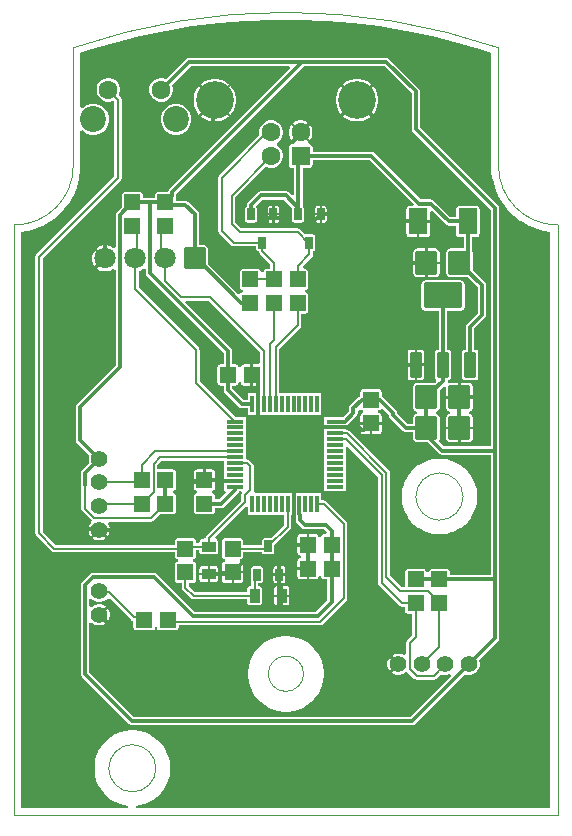
<source format=gbl>
G04*
G04 #@! TF.GenerationSoftware,Altium Limited,Altium Designer,22.3.1 (43)*
G04*
G04 Layer_Physical_Order=2*
G04 Layer_Color=9720587*
%FSLAX42Y42*%
%MOMM*%
G71*
G04*
G04 #@! TF.SameCoordinates,630A2148-6CB2-4B37-8DB5-BDCE9195987D*
G04*
G04*
G04 #@! TF.FilePolarity,Positive*
G04*
G01*
G75*
G04:AMPARAMS|DCode=10|XSize=1.4mm|YSize=1.4mm|CornerRadius=0.07mm|HoleSize=0mm|Usage=FLASHONLY|Rotation=0.000|XOffset=0mm|YOffset=0mm|HoleType=Round|Shape=RoundedRectangle|*
%AMROUNDEDRECTD10*
21,1,1.40,1.26,0,0,0.0*
21,1,1.26,1.40,0,0,0.0*
1,1,0.14,0.63,-0.63*
1,1,0.14,-0.63,-0.63*
1,1,0.14,-0.63,0.63*
1,1,0.14,0.63,0.63*
%
%ADD10ROUNDEDRECTD10*%
G04:AMPARAMS|DCode=11|XSize=1.4mm|YSize=1.4mm|CornerRadius=0.07mm|HoleSize=0mm|Usage=FLASHONLY|Rotation=270.000|XOffset=0mm|YOffset=0mm|HoleType=Round|Shape=RoundedRectangle|*
%AMROUNDEDRECTD11*
21,1,1.40,1.26,0,0,270.0*
21,1,1.26,1.40,0,0,270.0*
1,1,0.14,-0.63,-0.63*
1,1,0.14,-0.63,0.63*
1,1,0.14,0.63,0.63*
1,1,0.14,0.63,-0.63*
%
%ADD11ROUNDEDRECTD11*%
G04:AMPARAMS|DCode=12|XSize=0.6mm|YSize=1mm|CornerRadius=0.03mm|HoleSize=0mm|Usage=FLASHONLY|Rotation=180.000|XOffset=0mm|YOffset=0mm|HoleType=Round|Shape=RoundedRectangle|*
%AMROUNDEDRECTD12*
21,1,0.60,0.94,0,0,180.0*
21,1,0.54,1.00,0,0,180.0*
1,1,0.06,-0.27,0.47*
1,1,0.06,0.27,0.47*
1,1,0.06,0.27,-0.47*
1,1,0.06,-0.27,-0.47*
%
%ADD12ROUNDEDRECTD12*%
G04:AMPARAMS|DCode=13|XSize=2.2mm|YSize=1.6mm|CornerRadius=0.08mm|HoleSize=0mm|Usage=FLASHONLY|Rotation=270.000|XOffset=0mm|YOffset=0mm|HoleType=Round|Shape=RoundedRectangle|*
%AMROUNDEDRECTD13*
21,1,2.20,1.44,0,0,270.0*
21,1,2.04,1.60,0,0,270.0*
1,1,0.16,-0.72,-1.02*
1,1,0.16,-0.72,1.02*
1,1,0.16,0.72,1.02*
1,1,0.16,0.72,-1.02*
%
%ADD13ROUNDEDRECTD13*%
G04:AMPARAMS|DCode=14|XSize=1mm|YSize=2.15mm|CornerRadius=0.05mm|HoleSize=0mm|Usage=FLASHONLY|Rotation=180.000|XOffset=0mm|YOffset=0mm|HoleType=Round|Shape=RoundedRectangle|*
%AMROUNDEDRECTD14*
21,1,1.00,2.05,0,0,180.0*
21,1,0.90,2.15,0,0,180.0*
1,1,0.10,-0.45,1.02*
1,1,0.10,0.45,1.02*
1,1,0.10,0.45,-1.02*
1,1,0.10,-0.45,-1.02*
%
%ADD14ROUNDEDRECTD14*%
G04:AMPARAMS|DCode=15|XSize=3.25mm|YSize=2.15mm|CornerRadius=0.11mm|HoleSize=0mm|Usage=FLASHONLY|Rotation=180.000|XOffset=0mm|YOffset=0mm|HoleType=Round|Shape=RoundedRectangle|*
%AMROUNDEDRECTD15*
21,1,3.25,1.94,0,0,180.0*
21,1,3.04,2.15,0,0,180.0*
1,1,0.22,-1.52,0.97*
1,1,0.22,1.52,0.97*
1,1,0.22,1.52,-0.97*
1,1,0.22,-1.52,-0.97*
%
%ADD15ROUNDEDRECTD15*%
%ADD16R,1.45X0.30*%
%ADD17R,0.30X1.45*%
G04:AMPARAMS|DCode=18|XSize=0.9mm|YSize=1.2mm|CornerRadius=0.05mm|HoleSize=0mm|Usage=FLASHONLY|Rotation=90.000|XOffset=0mm|YOffset=0mm|HoleType=Round|Shape=RoundedRectangle|*
%AMROUNDEDRECTD18*
21,1,0.90,1.11,0,0,90.0*
21,1,0.81,1.20,0,0,90.0*
1,1,0.09,0.56,0.41*
1,1,0.09,0.56,-0.41*
1,1,0.09,-0.56,-0.41*
1,1,0.09,-0.56,0.41*
%
%ADD18ROUNDEDRECTD18*%
G04:AMPARAMS|DCode=19|XSize=0.9mm|YSize=1.2mm|CornerRadius=0.05mm|HoleSize=0mm|Usage=FLASHONLY|Rotation=180.000|XOffset=0mm|YOffset=0mm|HoleType=Round|Shape=RoundedRectangle|*
%AMROUNDEDRECTD19*
21,1,0.90,1.11,0,0,180.0*
21,1,0.81,1.20,0,0,180.0*
1,1,0.09,-0.41,0.56*
1,1,0.09,0.41,0.56*
1,1,0.09,0.41,-0.56*
1,1,0.09,-0.41,-0.56*
%
%ADD19ROUNDEDRECTD19*%
G04:AMPARAMS|DCode=20|XSize=2mm|YSize=1.8mm|CornerRadius=0.09mm|HoleSize=0mm|Usage=FLASHONLY|Rotation=270.000|XOffset=0mm|YOffset=0mm|HoleType=Round|Shape=RoundedRectangle|*
%AMROUNDEDRECTD20*
21,1,2.00,1.62,0,0,270.0*
21,1,1.82,1.80,0,0,270.0*
1,1,0.18,-0.81,-0.91*
1,1,0.18,-0.81,0.91*
1,1,0.18,0.81,0.91*
1,1,0.18,0.81,-0.91*
%
%ADD20ROUNDEDRECTD20*%
%ADD21C,0.30*%
%ADD22C,0.20*%
%ADD23C,0.10*%
%ADD24C,1.40*%
%ADD25C,1.60*%
%ADD26C,3.20*%
G04:AMPARAMS|DCode=27|XSize=1.6mm|YSize=1.6mm|CornerRadius=0.08mm|HoleSize=0mm|Usage=FLASHONLY|Rotation=0.000|XOffset=0mm|YOffset=0mm|HoleType=Round|Shape=RoundedRectangle|*
%AMROUNDEDRECTD27*
21,1,1.60,1.44,0,0,0.0*
21,1,1.44,1.60,0,0,0.0*
1,1,0.16,0.72,-0.72*
1,1,0.16,-0.72,-0.72*
1,1,0.16,-0.72,0.72*
1,1,0.16,0.72,0.72*
%
%ADD27ROUNDEDRECTD27*%
G04:AMPARAMS|DCode=28|XSize=1.8mm|YSize=1.8mm|CornerRadius=0.09mm|HoleSize=0mm|Usage=FLASHONLY|Rotation=180.000|XOffset=0mm|YOffset=0mm|HoleType=Round|Shape=RoundedRectangle|*
%AMROUNDEDRECTD28*
21,1,1.80,1.62,0,0,180.0*
21,1,1.62,1.80,0,0,180.0*
1,1,0.18,-0.81,0.81*
1,1,0.18,0.81,0.81*
1,1,0.18,0.81,-0.81*
1,1,0.18,-0.81,-0.81*
%
%ADD28ROUNDEDRECTD28*%
%ADD29C,1.80*%
%ADD30C,2.20*%
G36*
X2187Y6739D02*
X1960Y6729D01*
X1734Y6711D01*
X1509Y6683D01*
X1286Y6646D01*
X1064Y6599D01*
X844Y6543D01*
X627Y6479D01*
X561Y6456D01*
X561Y5998D01*
X581Y5990D01*
X590Y5999D01*
X620Y6016D01*
X653Y6025D01*
X687D01*
X720Y6016D01*
X750Y5999D01*
X774Y5975D01*
X791Y5945D01*
X800Y5912D01*
Y5878D01*
X791Y5845D01*
X774Y5815D01*
X750Y5791D01*
X720Y5774D01*
X687Y5765D01*
X653D01*
X620Y5774D01*
X590Y5791D01*
X581Y5800D01*
X561Y5792D01*
X561Y5500D01*
X561Y5499D01*
X561Y5498D01*
X560Y5465D01*
X559Y5462D01*
X560Y5459D01*
X551Y5394D01*
X550Y5391D01*
X549Y5387D01*
X533Y5323D01*
X531Y5320D01*
X530Y5316D01*
X505Y5255D01*
X503Y5252D01*
X501Y5248D01*
X469Y5192D01*
X466Y5189D01*
X464Y5185D01*
X424Y5133D01*
X421Y5130D01*
X419Y5127D01*
X373Y5081D01*
X370Y5079D01*
X367Y5076D01*
X315Y5036D01*
X311Y5034D01*
X308Y5031D01*
X252Y4999D01*
X248Y4997D01*
X245Y4995D01*
X184Y4970D01*
X180Y4969D01*
X177Y4967D01*
X113Y4951D01*
X109Y4950D01*
X106Y4949D01*
X61Y4943D01*
Y61D01*
X966D01*
X967Y81D01*
X939Y85D01*
X937Y85D01*
X936Y85D01*
X898Y96D01*
X897Y96D01*
X896Y96D01*
X859Y112D01*
X858Y112D01*
X857Y113D01*
X823Y132D01*
X822Y133D01*
X821Y134D01*
X789Y158D01*
X788Y159D01*
X787Y160D01*
X760Y187D01*
X759Y188D01*
X758Y189D01*
X734Y221D01*
X733Y222D01*
X732Y223D01*
X713Y257D01*
X712Y258D01*
X712Y259D01*
X696Y296D01*
X696Y297D01*
X696Y298D01*
X685Y336D01*
X685Y337D01*
X685Y339D01*
X680Y378D01*
X680Y379D01*
X680Y380D01*
Y420D01*
X680Y421D01*
X680Y422D01*
X685Y461D01*
X685Y463D01*
X685Y464D01*
X696Y502D01*
X696Y503D01*
X696Y504D01*
X712Y541D01*
X712Y542D01*
X713Y543D01*
X732Y577D01*
X733Y578D01*
X734Y579D01*
X758Y611D01*
X759Y612D01*
X760Y613D01*
X787Y640D01*
X788Y641D01*
X789Y642D01*
X821Y666D01*
X822Y667D01*
X823Y668D01*
X857Y687D01*
X858Y688D01*
X859Y688D01*
X896Y704D01*
X897Y704D01*
X898Y704D01*
X936Y715D01*
X937Y715D01*
X939Y715D01*
X978Y720D01*
X979Y720D01*
X980Y720D01*
X1020D01*
X1021Y720D01*
X1022Y720D01*
X1061Y715D01*
X1063Y715D01*
X1064Y715D01*
X1102Y704D01*
X1103Y704D01*
X1104Y704D01*
X1141Y688D01*
X1142Y688D01*
X1143Y687D01*
X1177Y668D01*
X1178Y667D01*
X1179Y666D01*
X1211Y642D01*
X1212Y641D01*
X1213Y640D01*
X1240Y613D01*
X1241Y612D01*
X1242Y611D01*
X1266Y579D01*
X1267Y578D01*
X1268Y577D01*
X1287Y543D01*
X1288Y542D01*
X1288Y541D01*
X1304Y504D01*
X1304Y503D01*
X1304Y502D01*
X1315Y464D01*
X1315Y463D01*
X1315Y461D01*
X1320Y422D01*
X1320Y421D01*
X1320Y420D01*
Y380D01*
X1320Y379D01*
X1320Y378D01*
X1315Y339D01*
X1315Y337D01*
X1315Y336D01*
X1304Y298D01*
X1304Y297D01*
X1304Y296D01*
X1288Y259D01*
X1288Y258D01*
X1287Y257D01*
X1268Y223D01*
X1267Y222D01*
X1266Y221D01*
X1242Y189D01*
X1241Y188D01*
X1240Y187D01*
X1213Y160D01*
X1212Y159D01*
X1211Y158D01*
X1179Y134D01*
X1178Y133D01*
X1177Y132D01*
X1143Y113D01*
X1142Y112D01*
X1141Y112D01*
X1104Y96D01*
X1103Y96D01*
X1102Y96D01*
X1064Y85D01*
X1063Y85D01*
X1061Y85D01*
X1033Y81D01*
X1034Y61D01*
X4539D01*
Y4943D01*
X4494Y4949D01*
X4491Y4950D01*
X4487Y4951D01*
X4423Y4967D01*
X4420Y4969D01*
X4416Y4970D01*
X4355Y4995D01*
X4352Y4997D01*
X4348Y4999D01*
X4292Y5031D01*
X4289Y5034D01*
X4285Y5036D01*
X4233Y5076D01*
X4230Y5079D01*
X4227Y5081D01*
X4181Y5127D01*
X4179Y5130D01*
X4176Y5133D01*
X4136Y5185D01*
X4134Y5189D01*
X4131Y5192D01*
X4099Y5248D01*
X4097Y5252D01*
X4095Y5255D01*
X4070Y5316D01*
X4069Y5320D01*
X4067Y5323D01*
X4051Y5387D01*
X4050Y5391D01*
X4049Y5394D01*
X4040Y5459D01*
X4041Y5462D01*
X4040Y5465D01*
X4039Y5498D01*
X4039Y5499D01*
X4039Y5500D01*
X4039Y6456D01*
X3973Y6479D01*
X3756Y6543D01*
X3536Y6599D01*
X3314Y6646D01*
X3091Y6683D01*
X2866Y6711D01*
X2640Y6729D01*
X2413Y6739D01*
X2187Y6739D01*
D02*
G37*
%LPC*%
G36*
X1680Y6235D02*
X1716D01*
X1751Y6229D01*
X1783Y6215D01*
X1813Y6195D01*
X1818Y6190D01*
X1698Y6070D01*
X1578Y6190D01*
X1583Y6195D01*
X1613Y6215D01*
X1645Y6229D01*
X1680Y6235D01*
D02*
G37*
G36*
X2884D02*
X2920D01*
X2955Y6229D01*
X2987Y6215D01*
X3017Y6195D01*
X3022Y6190D01*
X2902Y6070D01*
X2782Y6190D01*
X2787Y6195D01*
X2817Y6215D01*
X2849Y6229D01*
X2884Y6235D01*
D02*
G37*
G36*
X1480Y6416D02*
X3150D01*
X3164Y6413D01*
X3175Y6405D01*
X3425Y6155D01*
X3433Y6144D01*
X3436Y6130D01*
Y5825D01*
X4095Y5165D01*
X4103Y5154D01*
X4106Y5140D01*
Y3090D01*
Y2000D01*
Y1500D01*
X4103Y1486D01*
X4095Y1475D01*
X3934Y1314D01*
X3940Y1292D01*
Y1268D01*
X3934Y1245D01*
X3922Y1225D01*
X3905Y1208D01*
X3885Y1196D01*
X3862Y1190D01*
X3838D01*
X3816Y1196D01*
X3395Y775D01*
X3384Y767D01*
X3370Y764D01*
X1000D01*
X986Y767D01*
X975Y775D01*
X575Y1175D01*
X567Y1186D01*
X564Y1200D01*
Y1950D01*
X567Y1964D01*
X575Y1975D01*
X645Y2045D01*
X656Y2053D01*
X670Y2056D01*
X1180D01*
X1194Y2053D01*
X1205Y2045D01*
X1525Y1726D01*
X2555D01*
X2652Y1822D01*
Y2001D01*
X2625D01*
X2614Y2003D01*
X2605Y2009D01*
X2599Y2018D01*
X2597Y2028D01*
X2578D01*
X2576Y2018D01*
X2570Y2009D01*
X2561Y2003D01*
X2551Y2001D01*
X2498D01*
Y2091D01*
X2488D01*
Y2101D01*
X2397D01*
Y2154D01*
X2399Y2165D01*
X2405Y2174D01*
X2414Y2180D01*
X2425Y2182D01*
Y2201D01*
X2414Y2203D01*
X2405Y2209D01*
X2399Y2218D01*
X2397Y2228D01*
Y2281D01*
X2488D01*
Y2291D01*
X2498D01*
Y2382D01*
X2551D01*
X2561Y2380D01*
X2570Y2374D01*
X2576Y2365D01*
X2578Y2354D01*
X2597D01*
X2599Y2365D01*
X2605Y2374D01*
X2614Y2380D01*
X2625Y2382D01*
X2642D01*
X2648Y2402D01*
X2625Y2424D01*
X2460D01*
X2446Y2427D01*
X2435Y2435D01*
X2395Y2475D01*
X2387Y2486D01*
X2384Y2500D01*
Y2533D01*
X2382Y2537D01*
X2380Y2545D01*
X2375D01*
Y2638D01*
Y2730D01*
X2600D01*
Y2668D01*
X2623D01*
X2634Y2666D01*
X2644Y2659D01*
X2812Y2492D01*
X2818Y2482D01*
X2821Y2470D01*
X2821Y2470D01*
Y1840D01*
X2821Y1840D01*
X2818Y1828D01*
X2812Y1818D01*
X2612Y1618D01*
X2612Y1618D01*
X2602Y1612D01*
X2590Y1609D01*
X2590Y1609D01*
X1391D01*
Y1593D01*
X1388Y1583D01*
X1382Y1574D01*
X1374Y1568D01*
X1363Y1566D01*
X1237D01*
X1226Y1568D01*
X1218Y1574D01*
X1212Y1583D01*
X1209Y1593D01*
X1191D01*
X1188Y1583D01*
X1182Y1574D01*
X1174Y1568D01*
X1163Y1566D01*
X1037D01*
X1026Y1568D01*
X1018Y1574D01*
X1012Y1583D01*
X1009Y1593D01*
Y1648D01*
X1000Y1650D01*
X990Y1657D01*
X809Y1838D01*
X783Y1836D01*
X775Y1828D01*
X755Y1816D01*
X732Y1810D01*
X708D01*
X685Y1816D01*
X665Y1828D01*
X656Y1837D01*
X636Y1829D01*
Y1771D01*
X656Y1763D01*
X665Y1772D01*
X685Y1784D01*
X708Y1790D01*
X732D01*
X755Y1784D01*
X775Y1772D01*
X777Y1771D01*
X713Y1707D01*
X720Y1700D01*
X713Y1693D01*
X777Y1629D01*
X775Y1628D01*
X755Y1616D01*
X732Y1610D01*
X708D01*
X685Y1616D01*
X665Y1628D01*
X656Y1637D01*
X636Y1629D01*
Y1215D01*
X1015Y836D01*
X3355D01*
X3703Y1184D01*
X3691Y1200D01*
X3685Y1196D01*
X3662Y1190D01*
X3638D01*
X3615Y1196D01*
X3612Y1198D01*
X3572Y1158D01*
X3572Y1158D01*
X3562Y1152D01*
X3550Y1149D01*
X3409D01*
X3409Y1149D01*
X3397Y1152D01*
X3387Y1158D01*
X3328Y1217D01*
X3309Y1212D01*
X3308Y1211D01*
X3305Y1208D01*
X3285Y1196D01*
X3262Y1190D01*
X3238D01*
X3215Y1196D01*
X3195Y1208D01*
X3193Y1209D01*
X3257Y1273D01*
X3250Y1280D01*
X3257Y1287D01*
X3193Y1351D01*
X3195Y1352D01*
X3215Y1364D01*
X3238Y1370D01*
X3262D01*
X3285Y1364D01*
X3299Y1355D01*
X3319Y1364D01*
Y1464D01*
X3319Y1464D01*
X3322Y1476D01*
X3328Y1486D01*
X3369Y1527D01*
Y1709D01*
X3337D01*
X3326Y1712D01*
X3318Y1718D01*
X3312Y1726D01*
X3309Y1737D01*
Y1769D01*
X3280D01*
X3280Y1769D01*
X3268Y1772D01*
X3258Y1778D01*
X3088Y1948D01*
X3082Y1958D01*
X3079Y1970D01*
X3079Y1970D01*
Y2867D01*
X2823Y3123D01*
X2805Y3116D01*
Y3050D01*
Y2950D01*
Y2850D01*
Y2750D01*
X2620D01*
Y2850D01*
Y2950D01*
Y3050D01*
Y3150D01*
Y3250D01*
Y3275D01*
X2712D01*
X2809D01*
X2815Y3266D01*
X2827Y3263D01*
X2837Y3257D01*
X3172Y2922D01*
X3178Y2912D01*
X3181Y2900D01*
X3181Y2900D01*
Y2033D01*
X3283Y1931D01*
X3304D01*
X3309Y1937D01*
Y2063D01*
X3312Y2074D01*
X3318Y2082D01*
X3326Y2088D01*
X3337Y2091D01*
X3463D01*
X3474Y2088D01*
X3482Y2082D01*
X3488Y2074D01*
X3491Y2063D01*
X3509Y2063D01*
X3512Y2074D01*
X3518Y2082D01*
X3526Y2088D01*
X3537Y2091D01*
X3663D01*
X3674Y2088D01*
X3682Y2082D01*
X3688Y2074D01*
X3691Y2063D01*
Y2036D01*
X4034D01*
Y3054D01*
X3620D01*
X3606Y3057D01*
X3595Y3065D01*
X3500Y3159D01*
X3409D01*
X3398Y3162D01*
X3388Y3168D01*
X3382Y3178D01*
X3379Y3189D01*
Y3244D01*
X3320D01*
X3307Y3247D01*
X3295Y3255D01*
X3184Y3366D01*
X3176Y3378D01*
X3173Y3391D01*
Y3394D01*
X3126Y3441D01*
X3102Y3438D01*
X3094Y3432D01*
X3083Y3429D01*
Y3411D01*
X3094Y3408D01*
X3102Y3402D01*
X3108Y3394D01*
X3111Y3383D01*
Y3330D01*
X2929D01*
Y3383D01*
X2932Y3394D01*
X2938Y3402D01*
X2946Y3408D01*
X2957Y3411D01*
Y3429D01*
X2946Y3432D01*
X2938Y3438D01*
X2925Y3440D01*
X2907Y3424D01*
Y3406D01*
X2904Y3392D01*
X2896Y3381D01*
X2825Y3310D01*
X2814Y3302D01*
X2805Y3300D01*
Y3295D01*
X2712D01*
X2620D01*
Y3370D01*
X2709D01*
X2712Y3371D01*
X2785D01*
X2835Y3421D01*
Y3449D01*
X2838Y3463D01*
X2846Y3474D01*
X2917Y3545D01*
X2929Y3553D01*
X2929Y3553D01*
Y3583D01*
X2932Y3594D01*
X2938Y3602D01*
X2946Y3608D01*
X2957Y3611D01*
X3083D01*
X3094Y3608D01*
X3102Y3602D01*
X3108Y3594D01*
X3111Y3583D01*
Y3553D01*
X3111Y3553D01*
X3123Y3545D01*
X3234Y3434D01*
X3242Y3422D01*
X3245Y3409D01*
Y3406D01*
X3335Y3316D01*
X3379D01*
Y3371D01*
X3382Y3382D01*
X3388Y3392D01*
X3398Y3398D01*
X3409Y3401D01*
Y3419D01*
X3398Y3422D01*
X3388Y3428D01*
X3382Y3438D01*
X3379Y3449D01*
Y3631D01*
X3382Y3642D01*
X3388Y3652D01*
X3398Y3658D01*
X3409Y3661D01*
X3560D01*
X3571Y3672D01*
X3572Y3676D01*
X3568Y3696D01*
X3567Y3697D01*
X3561Y3705D01*
X3560Y3715D01*
Y3920D01*
X3561Y3930D01*
X3567Y3938D01*
X3575Y3944D01*
X3585Y3945D01*
X3594D01*
Y4274D01*
X3478D01*
X3466Y4277D01*
X3456Y4284D01*
X3449Y4294D01*
X3447Y4306D01*
Y4499D01*
X3449Y4511D01*
X3456Y4521D01*
X3466Y4528D01*
X3478Y4531D01*
X3782D01*
X3794Y4528D01*
X3804Y4521D01*
X3811Y4511D01*
X3813Y4499D01*
Y4306D01*
X3811Y4294D01*
X3804Y4284D01*
X3794Y4277D01*
X3782Y4274D01*
X3666D01*
Y3945D01*
X3675D01*
X3685Y3944D01*
X3693Y3938D01*
X3699Y3930D01*
X3700Y3920D01*
Y3715D01*
X3699Y3705D01*
X3693Y3697D01*
X3685Y3691D01*
X3675Y3690D01*
X3674D01*
X3669Y3674D01*
X3684Y3659D01*
X3689Y3661D01*
X3760D01*
Y3550D01*
X3659D01*
Y3631D01*
X3659Y3631D01*
X3641Y3640D01*
X3601Y3600D01*
Y3449D01*
X3598Y3438D01*
X3592Y3428D01*
X3582Y3422D01*
X3571Y3419D01*
Y3401D01*
X3582Y3398D01*
X3592Y3392D01*
X3598Y3382D01*
X3601Y3371D01*
Y3189D01*
X3598Y3178D01*
X3592Y3168D01*
X3635Y3126D01*
X4034D01*
Y5125D01*
X3375Y5785D01*
X3367Y5796D01*
X3364Y5810D01*
Y6115D01*
X3135Y6344D01*
X2455D01*
X1370Y5260D01*
Y5253D01*
X1371Y5253D01*
Y5206D01*
X1450D01*
X1464Y5203D01*
X1475Y5195D01*
X1556Y5114D01*
X1564Y5103D01*
X1567Y5089D01*
Y4826D01*
X1612D01*
X1623Y4824D01*
X1633Y4817D01*
X1639Y4808D01*
X1642Y4797D01*
Y4669D01*
X1892Y4418D01*
X1895Y4417D01*
X1917Y4422D01*
X1918Y4422D01*
X1926Y4428D01*
X1937Y4431D01*
Y4449D01*
X1926Y4452D01*
X1918Y4458D01*
X1912Y4466D01*
X1909Y4477D01*
Y4603D01*
X1912Y4614D01*
X1918Y4622D01*
X1926Y4628D01*
X1937Y4631D01*
X2063D01*
X2074Y4628D01*
X2082Y4622D01*
X2088Y4614D01*
X2091Y4603D01*
X2109D01*
X2112Y4614D01*
X2118Y4622D01*
X2126Y4628D01*
X2137Y4631D01*
X2169D01*
Y4667D01*
X2078Y4758D01*
X2078Y4758D01*
X2072Y4768D01*
X2069Y4780D01*
Y4780D01*
X2064Y4781D01*
X2056Y4786D01*
X2051Y4794D01*
X2050Y4803D01*
Y4819D01*
X1860D01*
X1860Y4819D01*
X1848Y4822D01*
X1838Y4828D01*
X1738Y4928D01*
X1738Y4928D01*
X1732Y4938D01*
X1729Y4950D01*
Y5400D01*
X1729Y5400D01*
X1732Y5412D01*
X1738Y5422D01*
X1738Y5422D01*
X2078Y5761D01*
X2075Y5771D01*
Y5798D01*
X2082Y5823D01*
X2095Y5846D01*
X2114Y5865D01*
X2136Y5878D01*
X2162Y5885D01*
X2188D01*
X2214Y5878D01*
X2236Y5865D01*
X2255Y5846D01*
X2268Y5823D01*
X2275Y5798D01*
Y5771D01*
X2268Y5746D01*
X2255Y5723D01*
X2236Y5704D01*
X2221Y5695D01*
X2221Y5695D01*
Y5674D01*
X2221Y5674D01*
X2236Y5665D01*
X2255Y5646D01*
X2268Y5623D01*
X2275Y5598D01*
Y5571D01*
X2268Y5546D01*
X2255Y5523D01*
X2236Y5504D01*
X2214Y5491D01*
X2188Y5485D01*
X2162D01*
X2136Y5491D01*
X2129Y5495D01*
X1871Y5237D01*
Y5023D01*
X1923Y4971D01*
X2400D01*
X2400Y4971D01*
X2412Y4968D01*
X2422Y4962D01*
X2422Y4962D01*
X2464Y4919D01*
X2473Y4920D01*
X2527D01*
X2536Y4919D01*
X2544Y4914D01*
X2549Y4906D01*
X2550Y4897D01*
Y4803D01*
X2549Y4794D01*
X2544Y4786D01*
X2536Y4781D01*
X2531Y4780D01*
Y4750D01*
X2531Y4750D01*
X2528Y4738D01*
X2522Y4728D01*
X2444Y4651D01*
X2452Y4631D01*
X2463D01*
X2474Y4628D01*
X2482Y4622D01*
X2488Y4614D01*
X2491Y4603D01*
Y4477D01*
X2488Y4466D01*
X2482Y4458D01*
X2474Y4452D01*
X2463Y4449D01*
Y4431D01*
X2474Y4428D01*
X2482Y4422D01*
X2488Y4414D01*
X2491Y4403D01*
Y4277D01*
X2488Y4266D01*
X2482Y4258D01*
X2474Y4252D01*
X2463Y4249D01*
X2431D01*
Y4150D01*
X2431Y4150D01*
X2428Y4138D01*
X2422Y4128D01*
X2246Y3952D01*
Y3575D01*
X2600D01*
Y3390D01*
X2075D01*
Y3483D01*
Y3575D01*
X2084D01*
Y3621D01*
X2073Y3639D01*
X2020D01*
Y3730D01*
Y3821D01*
X2073D01*
X2084Y3839D01*
Y3922D01*
X1647Y4359D01*
X1457D01*
X1450Y4341D01*
X1835Y3955D01*
X1843Y3944D01*
X1846Y3930D01*
Y3821D01*
X1873D01*
X1884Y3818D01*
X1892Y3812D01*
X1898Y3804D01*
X1901Y3793D01*
X1919D01*
X1922Y3804D01*
X1928Y3812D01*
X1936Y3818D01*
X1947Y3821D01*
X2000D01*
Y3730D01*
Y3639D01*
X1947D01*
X1936Y3642D01*
X1928Y3648D01*
X1922Y3656D01*
X1919Y3667D01*
X1901D01*
X1898Y3656D01*
X1892Y3648D01*
X1884Y3642D01*
X1873Y3639D01*
X1846D01*
Y3615D01*
X1942Y3518D01*
X1980D01*
Y3575D01*
X2055D01*
Y3483D01*
Y3390D01*
X1980D01*
Y3447D01*
X1927D01*
X1914Y3450D01*
X1902Y3457D01*
X1785Y3575D01*
X1777Y3586D01*
X1774Y3600D01*
Y3639D01*
X1747D01*
X1736Y3642D01*
X1728Y3648D01*
X1722Y3656D01*
X1719Y3667D01*
Y3793D01*
X1722Y3804D01*
X1728Y3812D01*
X1736Y3818D01*
X1747Y3821D01*
X1774D01*
Y3915D01*
X1125Y4565D01*
X1117Y4576D01*
X1114Y4590D01*
Y4623D01*
X1094Y4631D01*
X1091Y4627D01*
X1065Y4613D01*
X1054Y4610D01*
Y4471D01*
X1562Y3963D01*
X1568Y3953D01*
X1571Y3942D01*
X1571Y3942D01*
Y3675D01*
X1876Y3370D01*
X1960D01*
Y3300D01*
Y3200D01*
Y3100D01*
Y3016D01*
X1970D01*
X1982Y3013D01*
X1992Y3007D01*
X2022Y2977D01*
X2028Y2967D01*
X2031Y2955D01*
X2031Y2955D01*
Y2760D01*
X2031Y2760D01*
X2029Y2750D01*
X2029Y2747D01*
X2040Y2730D01*
X2355D01*
Y2638D01*
Y2545D01*
X2346D01*
Y2445D01*
X2346Y2445D01*
X2343Y2433D01*
X2337Y2423D01*
X2200Y2287D01*
Y2233D01*
X2199Y2224D01*
X2194Y2216D01*
X2186Y2211D01*
X2177Y2210D01*
X2123D01*
X2114Y2211D01*
X2106Y2216D01*
X2101Y2224D01*
X2100Y2229D01*
X1941D01*
Y2197D01*
X1938Y2186D01*
X1932Y2178D01*
X1924Y2172D01*
X1913Y2169D01*
Y2151D01*
X1924Y2148D01*
X1932Y2142D01*
X1938Y2134D01*
X1941Y2123D01*
Y2070D01*
X1759D01*
Y2123D01*
X1762Y2134D01*
X1768Y2142D01*
X1776Y2148D01*
X1787Y2151D01*
Y2169D01*
X1776Y2172D01*
X1768Y2178D01*
X1762Y2186D01*
X1759Y2197D01*
Y2323D01*
X1762Y2334D01*
X1768Y2342D01*
X1776Y2348D01*
X1787Y2351D01*
X1913D01*
X1924Y2348D01*
X1932Y2342D01*
X1938Y2334D01*
X1941Y2323D01*
Y2291D01*
X2100D01*
Y2327D01*
X2101Y2336D01*
X2106Y2344D01*
X2114Y2349D01*
X2123Y2350D01*
X2177D01*
X2177Y2350D01*
X2284Y2458D01*
Y2545D01*
X1980D01*
Y2608D01*
X1960Y2617D01*
X1702Y2359D01*
X1711Y2339D01*
X1713Y2339D01*
X1721Y2333D01*
X1727Y2325D01*
X1729Y2316D01*
Y2234D01*
X1727Y2225D01*
X1721Y2217D01*
X1713Y2211D01*
X1704Y2210D01*
X1593D01*
X1583Y2211D01*
X1575Y2217D01*
X1570Y2225D01*
X1568Y2234D01*
Y2244D01*
X1541D01*
Y2197D01*
X1538Y2186D01*
X1532Y2178D01*
X1524Y2172D01*
X1513Y2169D01*
Y2151D01*
X1524Y2148D01*
X1532Y2142D01*
X1538Y2134D01*
X1541Y2123D01*
Y1997D01*
X1538Y1986D01*
X1532Y1978D01*
X1524Y1972D01*
X1513Y1969D01*
X1481D01*
Y1943D01*
X1533Y1891D01*
X1970D01*
Y1916D01*
X1971Y1925D01*
X1977Y1933D01*
X1985Y1939D01*
X1994Y1940D01*
X2004D01*
Y2020D01*
X2005Y2021D01*
Y2087D01*
X2006Y2096D01*
X2011Y2104D01*
X2019Y2109D01*
X2028Y2110D01*
X2082D01*
X2091Y2109D01*
X2099Y2104D01*
X2104Y2096D01*
X2105Y2087D01*
Y1993D01*
X2104Y1984D01*
X2099Y1976D01*
X2091Y1971D01*
X2082Y1970D01*
X2066D01*
Y1940D01*
X2075D01*
X2085Y1939D01*
X2093Y1933D01*
X2099Y1925D01*
X2100Y1916D01*
Y1805D01*
X2099Y1795D01*
X2093Y1787D01*
X2085Y1781D01*
X2075Y1780D01*
X1994D01*
X1985Y1781D01*
X1977Y1787D01*
X1971Y1795D01*
X1970Y1805D01*
Y1829D01*
X1520D01*
X1520Y1829D01*
X1508Y1832D01*
X1498Y1838D01*
X1428Y1908D01*
X1422Y1918D01*
X1419Y1930D01*
Y1969D01*
X1387D01*
X1376Y1972D01*
X1368Y1978D01*
X1362Y1986D01*
X1359Y1997D01*
Y2123D01*
X1362Y2134D01*
X1368Y2142D01*
X1376Y2148D01*
X1387Y2151D01*
Y2169D01*
X1376Y2172D01*
X1368Y2178D01*
X1362Y2186D01*
X1359Y2197D01*
Y2229D01*
X340D01*
X340Y2229D01*
X328Y2232D01*
X318Y2238D01*
X188Y2368D01*
X188Y2368D01*
X182Y2378D01*
X179Y2390D01*
Y4730D01*
X179Y4730D01*
X182Y4742D01*
X188Y4752D01*
X849Y5413D01*
Y6038D01*
X841Y6046D01*
X831Y6051D01*
X808Y6045D01*
X782D01*
X756Y6052D01*
X734Y6065D01*
X715Y6084D01*
X702Y6106D01*
X695Y6132D01*
Y6158D01*
X702Y6184D01*
X715Y6206D01*
X734Y6225D01*
X756Y6238D01*
X782Y6245D01*
X808D01*
X834Y6238D01*
X856Y6225D01*
X875Y6206D01*
X888Y6184D01*
X895Y6158D01*
Y6132D01*
X888Y6106D01*
X884Y6099D01*
X902Y6082D01*
X908Y6072D01*
X911Y6060D01*
X911Y6060D01*
Y5400D01*
X911Y5400D01*
X908Y5388D01*
X902Y5378D01*
X241Y4717D01*
Y2403D01*
X353Y2291D01*
X1359D01*
Y2323D01*
X1362Y2334D01*
X1368Y2342D01*
X1376Y2348D01*
X1387Y2351D01*
X1513D01*
X1524Y2348D01*
X1532Y2342D01*
X1538Y2334D01*
X1541Y2323D01*
Y2306D01*
X1568D01*
Y2316D01*
X1570Y2325D01*
X1575Y2333D01*
X1583Y2339D01*
X1593Y2340D01*
X1601D01*
X1618Y2348D01*
X1620Y2360D01*
X1627Y2370D01*
X1627Y2370D01*
X1919Y2663D01*
Y2710D01*
X1922Y2722D01*
X1927Y2730D01*
X1925Y2740D01*
X1921Y2750D01*
X1902D01*
X1900Y2741D01*
X1893Y2730D01*
X1778Y2615D01*
X1766Y2607D01*
X1752Y2604D01*
X1701D01*
Y2577D01*
X1698Y2566D01*
X1692Y2558D01*
X1684Y2552D01*
X1673Y2549D01*
X1547D01*
X1536Y2552D01*
X1528Y2558D01*
X1522Y2566D01*
X1519Y2577D01*
Y2703D01*
X1522Y2714D01*
X1528Y2722D01*
X1536Y2728D01*
X1547Y2731D01*
Y2749D01*
X1536Y2752D01*
X1528Y2758D01*
X1522Y2766D01*
X1519Y2777D01*
Y2830D01*
X1610D01*
X1701D01*
Y2777D01*
X1698Y2766D01*
X1692Y2758D01*
X1684Y2752D01*
X1673Y2749D01*
Y2731D01*
X1684Y2728D01*
X1692Y2722D01*
X1698Y2714D01*
X1701Y2703D01*
Y2676D01*
X1738D01*
X1794Y2732D01*
X1786Y2750D01*
X1775D01*
Y2800D01*
Y2825D01*
X1867D01*
Y2845D01*
X1775D01*
Y2900D01*
Y3004D01*
X1248D01*
X1211Y2967D01*
Y2936D01*
X1217Y2931D01*
X1343D01*
X1354Y2928D01*
X1362Y2922D01*
X1368Y2914D01*
X1371Y2903D01*
Y2777D01*
X1368Y2766D01*
X1362Y2758D01*
X1354Y2752D01*
X1343Y2749D01*
X1343Y2731D01*
X1354Y2728D01*
X1362Y2722D01*
X1368Y2714D01*
X1371Y2703D01*
Y2577D01*
X1368Y2566D01*
X1362Y2558D01*
X1354Y2552D01*
X1343Y2549D01*
X1233D01*
X1182Y2498D01*
X1172Y2492D01*
X1160Y2489D01*
X804D01*
X795Y2469D01*
X804Y2455D01*
X810Y2432D01*
Y2408D01*
X804Y2385D01*
X792Y2365D01*
X791Y2363D01*
X727Y2427D01*
X720Y2420D01*
X713Y2427D01*
X649Y2363D01*
X648Y2365D01*
X636Y2385D01*
X630Y2408D01*
Y2432D01*
X636Y2455D01*
X648Y2475D01*
X651Y2478D01*
X657Y2498D01*
X578Y2577D01*
X578Y2577D01*
X572Y2587D01*
X569Y2599D01*
X569Y2599D01*
Y2783D01*
X567Y2786D01*
X564Y2800D01*
Y2900D01*
X567Y2914D01*
X575Y2925D01*
X636Y2986D01*
X630Y3008D01*
Y3032D01*
X636Y3054D01*
X535Y3155D01*
X527Y3166D01*
X524Y3180D01*
Y3460D01*
X527Y3474D01*
X535Y3485D01*
X858Y3809D01*
Y4621D01*
X838Y4629D01*
X837Y4627D01*
X811Y4613D01*
X783Y4606D01*
X755D01*
X727Y4613D01*
X701Y4627D01*
X698Y4631D01*
X776Y4708D01*
X769Y4716D01*
X776Y4723D01*
X698Y4800D01*
X701Y4804D01*
X727Y4818D01*
X755Y4826D01*
X783D01*
X811Y4818D01*
X837Y4804D01*
X838Y4802D01*
X858Y4810D01*
Y5084D01*
X861Y5098D01*
X869Y5109D01*
X909Y5150D01*
Y5253D01*
X912Y5264D01*
X918Y5272D01*
X926Y5278D01*
X937Y5281D01*
X1063D01*
X1074Y5278D01*
X1082Y5272D01*
X1088Y5264D01*
X1091Y5253D01*
Y5226D01*
X1140D01*
X1150Y5224D01*
X1160Y5226D01*
X1189D01*
Y5253D01*
X1192Y5264D01*
X1198Y5272D01*
X1206Y5278D01*
X1217Y5281D01*
X1300D01*
X1302Y5288D01*
X1310Y5300D01*
X2335Y6326D01*
X2328Y6344D01*
X1495D01*
X1337Y6186D01*
X1338Y6184D01*
X1345Y6158D01*
Y6132D01*
X1338Y6106D01*
X1325Y6084D01*
X1306Y6065D01*
X1284Y6052D01*
X1258Y6045D01*
X1232D01*
X1206Y6052D01*
X1184Y6065D01*
X1165Y6084D01*
X1152Y6106D01*
X1145Y6132D01*
Y6158D01*
X1152Y6184D01*
X1165Y6206D01*
X1184Y6225D01*
X1206Y6238D01*
X1232Y6245D01*
X1258D01*
X1284Y6238D01*
X1286Y6237D01*
X1455Y6405D01*
X1466Y6413D01*
X1480Y6416D01*
D02*
G37*
G36*
X1832Y6176D02*
X1838Y6170D01*
X1858Y6141D01*
X1871Y6108D01*
X1878Y6073D01*
Y6038D01*
X1871Y6003D01*
X1858Y5970D01*
X1838Y5941D01*
X1832Y5935D01*
X1712Y6056D01*
X1832Y6176D01*
D02*
G37*
G36*
X1564Y6176D02*
X1684Y6056D01*
X1564Y5935D01*
X1558Y5941D01*
X1538Y5970D01*
X1525Y6003D01*
X1518Y6038D01*
Y6073D01*
X1525Y6108D01*
X1538Y6141D01*
X1558Y6170D01*
X1564Y6176D01*
D02*
G37*
G36*
X2768Y6176D02*
X2888Y6056D01*
X2768Y5935D01*
X2762Y5941D01*
X2742Y5970D01*
X2729Y6003D01*
X2722Y6038D01*
Y6073D01*
X2729Y6108D01*
X2742Y6141D01*
X2762Y6170D01*
X2768Y6176D01*
D02*
G37*
G36*
X3036D02*
X3042Y6170D01*
X3062Y6141D01*
X3075Y6108D01*
X3082Y6073D01*
Y6038D01*
X3075Y6003D01*
X3062Y5970D01*
X3042Y5941D01*
X3036Y5935D01*
X2916Y6056D01*
X3036Y6176D01*
D02*
G37*
G36*
X1698Y6041D02*
X1818Y5921D01*
X1813Y5916D01*
X1783Y5896D01*
X1751Y5882D01*
X1716Y5876D01*
X1680D01*
X1645Y5882D01*
X1613Y5896D01*
X1583Y5916D01*
X1578Y5921D01*
X1698Y6041D01*
D02*
G37*
G36*
X2902Y6041D02*
X3022Y5921D01*
X3017Y5916D01*
X2987Y5896D01*
X2955Y5882D01*
X2920Y5876D01*
X2884D01*
X2849Y5882D01*
X2817Y5896D01*
X2787Y5916D01*
X2782Y5921D01*
X2902Y6041D01*
D02*
G37*
G36*
X2412Y5885D02*
X2438D01*
X2464Y5878D01*
X2486Y5865D01*
X2489Y5862D01*
X2425Y5799D01*
X2361Y5862D01*
X2364Y5865D01*
X2386Y5878D01*
X2412Y5885D01*
D02*
G37*
G36*
X1353Y6025D02*
X1387D01*
X1420Y6016D01*
X1450Y5999D01*
X1474Y5975D01*
X1491Y5945D01*
X1500Y5912D01*
Y5878D01*
X1491Y5845D01*
X1474Y5815D01*
X1450Y5791D01*
X1420Y5774D01*
X1387Y5765D01*
X1353D01*
X1320Y5774D01*
X1290Y5791D01*
X1266Y5815D01*
X1249Y5845D01*
X1240Y5878D01*
Y5912D01*
X1249Y5945D01*
X1266Y5975D01*
X1290Y5999D01*
X1320Y6016D01*
X1353Y6025D01*
D02*
G37*
G36*
X2347Y5848D02*
X2411Y5784D01*
X2347Y5721D01*
X2345Y5723D01*
X2332Y5746D01*
X2325Y5771D01*
Y5798D01*
X2332Y5823D01*
X2345Y5846D01*
X2347Y5848D01*
D02*
G37*
G36*
X2503Y5848D02*
X2505Y5846D01*
X2518Y5823D01*
X2525Y5798D01*
Y5771D01*
X2518Y5746D01*
X2505Y5723D01*
X2503Y5721D01*
X2439Y5784D01*
X2503Y5848D01*
D02*
G37*
G36*
X2168Y5160D02*
X2185D01*
Y5100D01*
X2145D01*
Y5137D01*
X2146Y5146D01*
X2151Y5154D01*
X2159Y5159D01*
X2168Y5160D01*
D02*
G37*
G36*
X2568D02*
X2585D01*
Y5100D01*
X2545D01*
Y5137D01*
X2546Y5146D01*
X2551Y5154D01*
X2559Y5159D01*
X2568Y5160D01*
D02*
G37*
G36*
X2605D02*
X2622D01*
X2631Y5159D01*
X2639Y5154D01*
X2644Y5146D01*
X2645Y5137D01*
Y5100D01*
X2605D01*
Y5160D01*
D02*
G37*
G36*
X2205D02*
X2222D01*
X2231Y5159D01*
X2239Y5154D01*
X2244Y5146D01*
X2245Y5137D01*
Y5100D01*
X2205D01*
Y5160D01*
D02*
G37*
G36*
X2425Y5770D02*
X2489Y5707D01*
X2487Y5705D01*
X2487Y5702D01*
X2493Y5685D01*
X2497D01*
X2508Y5683D01*
X2517Y5677D01*
X2523Y5667D01*
X2526Y5656D01*
Y5620D01*
X3025D01*
X3039Y5617D01*
X3051Y5610D01*
X3445Y5216D01*
X3528D01*
X3541Y5213D01*
X3553Y5205D01*
X3692Y5066D01*
X3739D01*
Y5132D01*
X3742Y5143D01*
X3748Y5152D01*
X3757Y5158D01*
X3768Y5161D01*
X3912D01*
X3923Y5158D01*
X3932Y5152D01*
X3938Y5143D01*
X3941Y5132D01*
Y4928D01*
X3938Y4917D01*
X3932Y4908D01*
X3923Y4902D01*
X3912Y4899D01*
X3876D01*
Y4786D01*
X3878Y4782D01*
X3881Y4771D01*
Y4620D01*
X3985Y4515D01*
X3993Y4504D01*
X3996Y4490D01*
Y4240D01*
X3993Y4226D01*
X3985Y4215D01*
X3896Y4125D01*
Y3945D01*
X3905D01*
X3915Y3944D01*
X3923Y3938D01*
X3929Y3930D01*
X3930Y3920D01*
Y3715D01*
X3929Y3705D01*
X3923Y3697D01*
X3915Y3691D01*
X3905Y3690D01*
X3815D01*
X3805Y3691D01*
X3797Y3697D01*
X3791Y3705D01*
X3790Y3715D01*
Y3920D01*
X3791Y3930D01*
X3797Y3938D01*
X3805Y3944D01*
X3815Y3945D01*
X3824D01*
Y4140D01*
X3827Y4154D01*
X3835Y4165D01*
X3924Y4255D01*
Y4475D01*
X3840Y4559D01*
X3689D01*
X3678Y4562D01*
X3668Y4568D01*
X3662Y4578D01*
X3659Y4589D01*
Y4771D01*
X3662Y4782D01*
X3668Y4792D01*
X3678Y4798D01*
X3689Y4801D01*
X3804D01*
Y4899D01*
X3768D01*
X3757Y4902D01*
X3748Y4908D01*
X3742Y4917D01*
X3739Y4928D01*
Y4994D01*
X3678D01*
X3664Y4997D01*
X3652Y5005D01*
X3541Y5116D01*
X3521Y5108D01*
Y5040D01*
X3420D01*
X3319D01*
Y5132D01*
X3322Y5143D01*
X3328Y5152D01*
X3337Y5158D01*
X3348Y5161D01*
X3373D01*
X3381Y5179D01*
X3011Y5549D01*
X2526D01*
Y5512D01*
X2523Y5502D01*
X2517Y5492D01*
X2508Y5486D01*
X2497Y5484D01*
X2441D01*
Y5159D01*
X2441Y5159D01*
X2449Y5154D01*
X2454Y5146D01*
X2455Y5137D01*
Y5043D01*
X2454Y5034D01*
X2449Y5026D01*
X2441Y5021D01*
X2432Y5020D01*
X2378D01*
X2369Y5021D01*
X2361Y5026D01*
X2356Y5034D01*
X2355Y5043D01*
Y5137D01*
X2356Y5144D01*
X2285Y5214D01*
X2105D01*
X2048Y5158D01*
X2049Y5154D01*
X2054Y5146D01*
X2055Y5137D01*
Y5043D01*
X2054Y5034D01*
X2049Y5026D01*
X2041Y5021D01*
X2032Y5020D01*
X1978D01*
X1969Y5021D01*
X1961Y5026D01*
X1956Y5034D01*
X1955Y5043D01*
Y5137D01*
X1956Y5146D01*
X1961Y5154D01*
X1969Y5159D01*
X1969Y5159D01*
Y5165D01*
X1972Y5179D01*
X1980Y5190D01*
X2065Y5275D01*
X2076Y5283D01*
X2090Y5286D01*
X2300D01*
X2314Y5283D01*
X2325Y5275D01*
X2351Y5250D01*
X2369Y5257D01*
Y5484D01*
X2353D01*
X2342Y5486D01*
X2333Y5492D01*
X2327Y5502D01*
X2324Y5512D01*
Y5656D01*
X2327Y5667D01*
X2333Y5677D01*
X2342Y5683D01*
X2353Y5685D01*
X2357D01*
X2363Y5702D01*
X2363Y5705D01*
X2361Y5707D01*
X2425Y5770D01*
D02*
G37*
G36*
X2145Y5080D02*
X2185D01*
Y5020D01*
X2168D01*
X2159Y5021D01*
X2151Y5026D01*
X2146Y5034D01*
X2145Y5043D01*
Y5080D01*
D02*
G37*
G36*
X2205D02*
X2245D01*
Y5043D01*
X2244Y5034D01*
X2239Y5026D01*
X2231Y5021D01*
X2222Y5020D01*
X2205D01*
Y5080D01*
D02*
G37*
G36*
X2545D02*
X2585D01*
Y5020D01*
X2568D01*
X2559Y5021D01*
X2551Y5026D01*
X2546Y5034D01*
X2545Y5043D01*
Y5080D01*
D02*
G37*
G36*
X2605D02*
X2645D01*
Y5043D01*
X2644Y5034D01*
X2639Y5026D01*
X2631Y5021D01*
X2622Y5020D01*
X2605D01*
Y5080D01*
D02*
G37*
G36*
X3319Y5020D02*
X3410D01*
Y4899D01*
X3348D01*
X3337Y4902D01*
X3328Y4908D01*
X3322Y4917D01*
X3319Y4928D01*
Y5020D01*
D02*
G37*
G36*
X3430D02*
X3521D01*
Y4928D01*
X3518Y4917D01*
X3512Y4908D01*
X3503Y4902D01*
X3492Y4899D01*
X3430D01*
Y5020D01*
D02*
G37*
G36*
X3409Y4801D02*
X3480D01*
Y4690D01*
X3379D01*
Y4771D01*
X3382Y4782D01*
X3388Y4792D01*
X3398Y4798D01*
X3409Y4801D01*
D02*
G37*
G36*
X3500D02*
X3571D01*
X3582Y4798D01*
X3592Y4792D01*
X3598Y4782D01*
X3601Y4771D01*
Y4690D01*
X3500D01*
Y4801D01*
D02*
G37*
G36*
X684Y4786D02*
X755Y4716D01*
X684Y4645D01*
X681Y4648D01*
X666Y4673D01*
X659Y4701D01*
Y4730D01*
X666Y4758D01*
X681Y4783D01*
X684Y4786D01*
D02*
G37*
G36*
X3379Y4670D02*
X3480D01*
Y4559D01*
X3409D01*
X3398Y4562D01*
X3388Y4568D01*
X3382Y4578D01*
X3379Y4589D01*
Y4670D01*
D02*
G37*
G36*
X3500D02*
X3601D01*
Y4589D01*
X3598Y4578D01*
X3592Y4568D01*
X3582Y4562D01*
X3571Y4559D01*
X3500D01*
Y4670D01*
D02*
G37*
G36*
X3355Y3945D02*
X3390D01*
Y3828D01*
X3330D01*
Y3920D01*
X3331Y3930D01*
X3337Y3938D01*
X3345Y3944D01*
X3355Y3945D01*
D02*
G37*
G36*
X3410D02*
X3445D01*
X3455Y3944D01*
X3463Y3938D01*
X3469Y3930D01*
X3470Y3920D01*
Y3828D01*
X3410D01*
Y3945D01*
D02*
G37*
G36*
X3330Y3808D02*
X3390D01*
Y3690D01*
X3355D01*
X3345Y3691D01*
X3337Y3697D01*
X3331Y3705D01*
X3330Y3715D01*
Y3808D01*
D02*
G37*
G36*
X3410D02*
X3470D01*
Y3715D01*
X3469Y3705D01*
X3463Y3697D01*
X3455Y3691D01*
X3445Y3690D01*
X3410D01*
Y3808D01*
D02*
G37*
G36*
X3780Y3661D02*
X3851D01*
X3862Y3658D01*
X3872Y3652D01*
X3878Y3642D01*
X3881Y3631D01*
Y3550D01*
X3780D01*
Y3661D01*
D02*
G37*
G36*
X3659Y3530D02*
X3770D01*
X3881D01*
Y3449D01*
X3878Y3438D01*
X3872Y3428D01*
X3862Y3422D01*
X3851Y3419D01*
Y3401D01*
X3862Y3398D01*
X3872Y3392D01*
X3878Y3382D01*
X3881Y3371D01*
Y3290D01*
X3770D01*
X3659D01*
Y3371D01*
X3662Y3382D01*
X3668Y3392D01*
X3678Y3398D01*
X3689Y3401D01*
Y3419D01*
X3678Y3422D01*
X3668Y3428D01*
X3662Y3438D01*
X3659Y3449D01*
Y3530D01*
D02*
G37*
G36*
X2929Y3310D02*
X3010D01*
Y3229D01*
X2957D01*
X2946Y3232D01*
X2938Y3238D01*
X2932Y3246D01*
X2929Y3257D01*
Y3310D01*
D02*
G37*
G36*
X3030D02*
X3111D01*
Y3257D01*
X3108Y3246D01*
X3102Y3238D01*
X3094Y3232D01*
X3083Y3229D01*
X3030D01*
Y3310D01*
D02*
G37*
G36*
X3659Y3270D02*
X3760D01*
Y3159D01*
X3689D01*
X3678Y3162D01*
X3668Y3168D01*
X3662Y3178D01*
X3659Y3189D01*
Y3270D01*
D02*
G37*
G36*
X3780D02*
X3881D01*
Y3189D01*
X3878Y3178D01*
X3872Y3168D01*
X3862Y3162D01*
X3851Y3159D01*
X3780D01*
Y3270D01*
D02*
G37*
G36*
X3580Y3020D02*
X3620D01*
X3621Y3020D01*
X3622Y3020D01*
X3661Y3015D01*
X3663Y3015D01*
X3664Y3015D01*
X3702Y3004D01*
X3703Y3004D01*
X3704Y3004D01*
X3741Y2988D01*
X3742Y2988D01*
X3743Y2987D01*
X3777Y2968D01*
X3778Y2967D01*
X3779Y2966D01*
X3811Y2942D01*
X3812Y2941D01*
X3813Y2940D01*
X3840Y2913D01*
X3841Y2912D01*
X3842Y2911D01*
X3866Y2879D01*
X3867Y2878D01*
X3868Y2877D01*
X3887Y2843D01*
X3888Y2842D01*
X3888Y2841D01*
X3904Y2804D01*
X3904Y2803D01*
X3904Y2802D01*
X3915Y2764D01*
X3915Y2763D01*
X3915Y2761D01*
X3920Y2722D01*
X3920Y2721D01*
X3920Y2720D01*
Y2680D01*
X3920Y2679D01*
X3920Y2678D01*
X3915Y2639D01*
X3915Y2637D01*
X3915Y2636D01*
X3904Y2598D01*
X3904Y2597D01*
X3904Y2596D01*
X3888Y2559D01*
X3888Y2558D01*
X3887Y2557D01*
X3868Y2523D01*
X3867Y2522D01*
X3866Y2521D01*
X3842Y2489D01*
X3841Y2488D01*
X3840Y2487D01*
X3813Y2460D01*
X3812Y2459D01*
X3811Y2458D01*
X3779Y2434D01*
X3778Y2433D01*
X3777Y2432D01*
X3743Y2413D01*
X3742Y2412D01*
X3741Y2412D01*
X3704Y2396D01*
X3703Y2396D01*
X3702Y2396D01*
X3664Y2385D01*
X3663Y2385D01*
X3661Y2385D01*
X3622Y2380D01*
X3621Y2380D01*
X3620Y2380D01*
X3580D01*
X3579Y2380D01*
X3578Y2380D01*
X3539Y2385D01*
X3537Y2385D01*
X3536Y2385D01*
X3498Y2396D01*
X3497Y2396D01*
X3496Y2396D01*
X3459Y2412D01*
X3458Y2412D01*
X3457Y2413D01*
X3423Y2432D01*
X3422Y2433D01*
X3421Y2434D01*
X3389Y2458D01*
X3388Y2459D01*
X3387Y2460D01*
X3360Y2487D01*
X3359Y2488D01*
X3358Y2489D01*
X3334Y2521D01*
X3333Y2522D01*
X3332Y2523D01*
X3313Y2557D01*
X3312Y2558D01*
X3312Y2559D01*
X3296Y2596D01*
X3296Y2597D01*
X3296Y2598D01*
X3285Y2636D01*
X3285Y2637D01*
X3285Y2639D01*
X3280Y2678D01*
X3280Y2679D01*
X3280Y2680D01*
Y2720D01*
X3280Y2721D01*
X3280Y2722D01*
X3285Y2761D01*
X3285Y2763D01*
X3285Y2764D01*
X3296Y2802D01*
X3296Y2803D01*
X3296Y2804D01*
X3312Y2841D01*
X3312Y2842D01*
X3313Y2843D01*
X3332Y2877D01*
X3333Y2878D01*
X3334Y2879D01*
X3358Y2911D01*
X3359Y2912D01*
X3360Y2913D01*
X3387Y2940D01*
X3388Y2941D01*
X3389Y2942D01*
X3421Y2966D01*
X3422Y2967D01*
X3423Y2968D01*
X3457Y2987D01*
X3458Y2988D01*
X3459Y2988D01*
X3496Y3004D01*
X3497Y3004D01*
X3498Y3004D01*
X3536Y3015D01*
X3537Y3015D01*
X3539Y3015D01*
X3578Y3020D01*
X3579Y3020D01*
X3580Y3020D01*
D02*
G37*
G36*
X1547Y2931D02*
X1600D01*
Y2850D01*
X1519D01*
Y2903D01*
X1522Y2914D01*
X1528Y2922D01*
X1536Y2928D01*
X1547Y2931D01*
D02*
G37*
G36*
X1620D02*
X1673D01*
X1684Y2928D01*
X1692Y2922D01*
X1698Y2914D01*
X1701Y2903D01*
Y2850D01*
X1620D01*
Y2931D01*
D02*
G37*
G36*
X720Y2406D02*
X777Y2349D01*
X775Y2348D01*
X755Y2336D01*
X732Y2330D01*
X708D01*
X685Y2336D01*
X665Y2348D01*
X663Y2349D01*
X720Y2406D01*
D02*
G37*
G36*
X2425Y2382D02*
X2478D01*
Y2301D01*
X2397D01*
Y2354D01*
X2399Y2365D01*
X2405Y2374D01*
X2414Y2380D01*
X2425Y2382D01*
D02*
G37*
G36*
X1593Y2110D02*
X1638D01*
Y2055D01*
X1568D01*
Y2085D01*
X1570Y2095D01*
X1575Y2103D01*
X1583Y2109D01*
X1593Y2110D01*
D02*
G37*
G36*
X1658D02*
X1704D01*
X1713Y2109D01*
X1721Y2103D01*
X1727Y2095D01*
X1729Y2085D01*
Y2055D01*
X1658D01*
Y2110D01*
D02*
G37*
G36*
X2218Y2110D02*
X2235D01*
Y2050D01*
X2195D01*
Y2087D01*
X2196Y2096D01*
X2201Y2104D01*
X2209Y2109D01*
X2218Y2110D01*
D02*
G37*
G36*
X2255D02*
X2272D01*
X2281Y2109D01*
X2289Y2104D01*
X2294Y2096D01*
X2295Y2087D01*
Y2050D01*
X2255D01*
Y2110D01*
D02*
G37*
G36*
X2397Y2081D02*
X2478D01*
Y2001D01*
X2425D01*
X2414Y2003D01*
X2405Y2009D01*
X2399Y2018D01*
X2397Y2028D01*
Y2081D01*
D02*
G37*
G36*
X1568Y2035D02*
X1638D01*
Y1980D01*
X1593D01*
X1583Y1981D01*
X1575Y1987D01*
X1570Y1995D01*
X1568Y2005D01*
Y2035D01*
D02*
G37*
G36*
X1658D02*
X1729D01*
Y2005D01*
X1727Y1995D01*
X1721Y1987D01*
X1713Y1981D01*
X1704Y1980D01*
X1658D01*
Y2035D01*
D02*
G37*
G36*
X2195Y2030D02*
X2235D01*
Y1970D01*
X2218D01*
X2209Y1971D01*
X2201Y1976D01*
X2196Y1984D01*
X2195Y1993D01*
Y2030D01*
D02*
G37*
G36*
X2255D02*
X2295D01*
Y1993D01*
X2294Y1984D01*
X2289Y1976D01*
X2281Y1971D01*
X2272Y1970D01*
X2255D01*
Y2030D01*
D02*
G37*
G36*
X1759Y2050D02*
X1840D01*
Y1969D01*
X1787D01*
X1776Y1972D01*
X1768Y1978D01*
X1762Y1986D01*
X1759Y1997D01*
Y2050D01*
D02*
G37*
G36*
X1860D02*
X1941D01*
Y1997D01*
X1938Y1986D01*
X1932Y1978D01*
X1924Y1972D01*
X1913Y1969D01*
X1860D01*
Y2050D01*
D02*
G37*
G36*
X2225Y1940D02*
X2255D01*
Y1870D01*
X2200D01*
Y1916D01*
X2201Y1925D01*
X2207Y1933D01*
X2215Y1939D01*
X2225Y1940D01*
D02*
G37*
G36*
X2275D02*
X2306D01*
X2315Y1939D01*
X2323Y1933D01*
X2329Y1925D01*
X2330Y1916D01*
Y1870D01*
X2275D01*
Y1940D01*
D02*
G37*
G36*
X2200Y1850D02*
X2255D01*
Y1780D01*
X2225D01*
X2215Y1781D01*
X2207Y1787D01*
X2201Y1795D01*
X2200Y1805D01*
Y1850D01*
D02*
G37*
G36*
X2275D02*
X2330D01*
Y1805D01*
X2329Y1795D01*
X2323Y1787D01*
X2315Y1781D01*
X2306Y1780D01*
X2275D01*
Y1850D01*
D02*
G37*
G36*
X791Y1757D02*
X792Y1755D01*
X804Y1735D01*
X810Y1712D01*
Y1688D01*
X804Y1665D01*
X792Y1645D01*
X791Y1643D01*
X734Y1700D01*
X791Y1757D01*
D02*
G37*
G36*
X2280Y1520D02*
X2320D01*
X2321Y1520D01*
X2322Y1520D01*
X2361Y1515D01*
X2363Y1515D01*
X2364Y1515D01*
X2402Y1504D01*
X2403Y1504D01*
X2404Y1504D01*
X2441Y1488D01*
X2442Y1488D01*
X2443Y1487D01*
X2477Y1468D01*
X2478Y1467D01*
X2479Y1466D01*
X2511Y1442D01*
X2512Y1441D01*
X2513Y1440D01*
X2540Y1413D01*
X2541Y1412D01*
X2542Y1411D01*
X2566Y1379D01*
X2567Y1378D01*
X2568Y1377D01*
X2587Y1343D01*
X2588Y1342D01*
X2588Y1341D01*
X2604Y1304D01*
X2604Y1303D01*
X2604Y1302D01*
X2615Y1264D01*
X2615Y1263D01*
X2615Y1261D01*
X2620Y1222D01*
X2620Y1221D01*
X2620Y1220D01*
Y1180D01*
X2620Y1179D01*
X2620Y1178D01*
X2615Y1139D01*
X2615Y1137D01*
X2615Y1136D01*
X2604Y1098D01*
X2604Y1097D01*
X2604Y1096D01*
X2588Y1059D01*
X2588Y1058D01*
X2587Y1057D01*
X2568Y1023D01*
X2567Y1022D01*
X2566Y1021D01*
X2542Y989D01*
X2541Y988D01*
X2540Y987D01*
X2513Y960D01*
X2512Y959D01*
X2511Y958D01*
X2479Y934D01*
X2478Y933D01*
X2477Y932D01*
X2443Y913D01*
X2442Y912D01*
X2441Y912D01*
X2404Y896D01*
X2403Y896D01*
X2402Y896D01*
X2364Y885D01*
X2363Y885D01*
X2361Y885D01*
X2322Y880D01*
X2321Y880D01*
X2320Y880D01*
X2280D01*
X2279Y880D01*
X2278Y880D01*
X2239Y885D01*
X2237Y885D01*
X2236Y885D01*
X2198Y896D01*
X2197Y896D01*
X2196Y896D01*
X2159Y912D01*
X2158Y912D01*
X2157Y913D01*
X2123Y932D01*
X2122Y933D01*
X2121Y934D01*
X2089Y958D01*
X2088Y959D01*
X2087Y960D01*
X2060Y987D01*
X2059Y988D01*
X2058Y989D01*
X2034Y1021D01*
X2033Y1022D01*
X2032Y1023D01*
X2013Y1057D01*
X2012Y1058D01*
X2012Y1059D01*
X1996Y1096D01*
X1996Y1097D01*
X1996Y1098D01*
X1985Y1136D01*
X1985Y1137D01*
X1985Y1139D01*
X1980Y1178D01*
X1980Y1179D01*
X1980Y1180D01*
Y1220D01*
X1980Y1221D01*
X1980Y1222D01*
X1985Y1261D01*
X1985Y1263D01*
X1985Y1264D01*
X1996Y1302D01*
X1996Y1303D01*
X1996Y1304D01*
X2012Y1341D01*
X2012Y1342D01*
X2013Y1343D01*
X2032Y1377D01*
X2033Y1378D01*
X2034Y1379D01*
X2058Y1411D01*
X2059Y1412D01*
X2060Y1413D01*
X2087Y1440D01*
X2088Y1441D01*
X2089Y1442D01*
X2121Y1466D01*
X2122Y1467D01*
X2123Y1468D01*
X2157Y1487D01*
X2158Y1488D01*
X2159Y1488D01*
X2196Y1504D01*
X2197Y1504D01*
X2198Y1504D01*
X2236Y1515D01*
X2237Y1515D01*
X2239Y1515D01*
X2278Y1520D01*
X2279Y1520D01*
X2280Y1520D01*
D02*
G37*
G36*
X3179Y1337D02*
X3236Y1280D01*
X3179Y1223D01*
X3178Y1225D01*
X3166Y1245D01*
X3160Y1268D01*
Y1292D01*
X3166Y1315D01*
X3178Y1335D01*
X3179Y1337D01*
D02*
G37*
%LPD*%
D10*
X1610Y2840D02*
D03*
Y2640D02*
D03*
X3600Y1800D02*
D03*
Y2000D02*
D03*
X3400Y1800D02*
D03*
Y2000D02*
D03*
X1850Y2260D02*
D03*
Y2060D02*
D03*
X3020Y3320D02*
D03*
Y3520D02*
D03*
X1450Y2060D02*
D03*
Y2260D02*
D03*
X2400Y4540D02*
D03*
Y4340D02*
D03*
X2200Y4540D02*
D03*
Y4340D02*
D03*
X2000Y4540D02*
D03*
Y4340D02*
D03*
X1280Y4990D02*
D03*
Y5190D02*
D03*
X1000Y4990D02*
D03*
Y5190D02*
D03*
D11*
X1300Y1656D02*
D03*
X1100D02*
D03*
X1080Y2640D02*
D03*
X1280D02*
D03*
X1080Y2840D02*
D03*
X1280D02*
D03*
X2010Y3730D02*
D03*
X1810D02*
D03*
X2488Y2291D02*
D03*
X2688D02*
D03*
X2488Y2091D02*
D03*
X2688D02*
D03*
D12*
X2150Y2280D02*
D03*
X2245Y2040D02*
D03*
X2055D02*
D03*
X2500Y4850D02*
D03*
X2405Y5090D02*
D03*
X2595D02*
D03*
X2100Y4850D02*
D03*
X2005Y5090D02*
D03*
X2195D02*
D03*
D13*
X3840Y5030D02*
D03*
X3420D02*
D03*
D14*
X3400Y3817D02*
D03*
X3630D02*
D03*
X3860D02*
D03*
D15*
X3630Y4403D02*
D03*
D16*
X1867Y2785D02*
D03*
Y2835D02*
D03*
Y2885D02*
D03*
Y2935D02*
D03*
Y2985D02*
D03*
Y3035D02*
D03*
Y3085D02*
D03*
Y3135D02*
D03*
Y3185D02*
D03*
Y3235D02*
D03*
Y3285D02*
D03*
Y3335D02*
D03*
X2712D02*
D03*
Y3285D02*
D03*
Y3235D02*
D03*
Y3185D02*
D03*
Y3135D02*
D03*
Y3085D02*
D03*
Y3035D02*
D03*
Y2985D02*
D03*
Y2935D02*
D03*
Y2885D02*
D03*
Y2835D02*
D03*
Y2785D02*
D03*
D17*
X2015Y3483D02*
D03*
X2065D02*
D03*
X2115D02*
D03*
X2165D02*
D03*
X2215D02*
D03*
X2265D02*
D03*
X2315D02*
D03*
X2365D02*
D03*
X2415D02*
D03*
X2465D02*
D03*
X2515D02*
D03*
X2565D02*
D03*
Y2638D02*
D03*
X2515D02*
D03*
X2465D02*
D03*
X2415D02*
D03*
X2365D02*
D03*
X2315D02*
D03*
X2265D02*
D03*
X2215D02*
D03*
X2165D02*
D03*
X2115D02*
D03*
X2065D02*
D03*
X2015D02*
D03*
D18*
X1648Y2275D02*
D03*
Y2045D02*
D03*
D19*
X2035Y1860D02*
D03*
X2265D02*
D03*
D20*
X3490Y3540D02*
D03*
X3770D02*
D03*
Y4680D02*
D03*
X3490D02*
D03*
Y3280D02*
D03*
X3770D02*
D03*
D21*
X2440Y6380D02*
X1335Y5275D01*
Y5245D02*
Y5275D01*
Y5245D02*
X1280Y5190D01*
X3000Y1530D02*
Y1550D01*
X3250Y1280D02*
X3000Y1530D01*
Y1550D02*
Y2340D01*
Y1550D02*
X870D01*
X720Y1700D01*
X3370Y800D02*
X1000D01*
X3850Y1280D02*
X3370Y800D01*
X1000D02*
X600Y1200D01*
X670Y2020D02*
X600Y1950D01*
Y1200D02*
Y1950D01*
X1180Y2020D02*
X670D01*
X1550Y1740D02*
X1160Y2130D01*
X290D02*
X150Y2270D01*
X1160Y2130D02*
X290D01*
X1510Y1690D02*
X1180Y2020D01*
X2129Y1690D02*
X1510D01*
X2200Y1740D02*
X1550D01*
X3000Y2340D02*
X2570Y2770D01*
X2570Y1690D02*
X2129D01*
X2688Y1808D02*
Y2091D01*
Y1808D02*
X2570Y1690D01*
X1781Y2835D02*
X1776Y2830D01*
X1867Y2835D02*
X1781D01*
X1776Y2830D02*
X1750D01*
X1740Y2840D02*
X1610D01*
X1750Y2830D02*
X1740Y2840D01*
X1590Y2820D02*
X1500D01*
X1610Y2840D02*
X1590Y2820D01*
X1460Y2530D02*
Y2780D01*
X1500Y2820D02*
X1460Y2780D01*
Y2530D02*
X1350Y2420D01*
X720D01*
X2365Y2770D02*
Y3165D01*
Y2638D02*
Y2770D01*
X2570D02*
X2365D01*
X1150Y5560D02*
Y5930D01*
X910Y6170D02*
Y6193D01*
X833Y6270D02*
X770D01*
X910Y6193D02*
X833Y6270D01*
X1150Y5930D02*
X910Y6170D01*
X680Y6097D02*
Y6193D01*
X756Y6256D02*
X744D01*
X820Y5957D02*
X680Y6097D01*
X744Y6256D02*
X680Y6193D01*
X770Y6270D02*
X756Y6256D01*
X820Y5500D02*
X150Y4830D01*
X820Y5500D02*
Y5957D01*
X150Y2270D02*
Y4830D01*
X2245Y1785D02*
X2200Y1740D01*
X2245Y1785D02*
Y1840D01*
X2265Y1860D02*
X2245Y1840D01*
X1610Y2640D02*
X1600Y2630D01*
X1867Y2755D02*
X1752Y2640D01*
X1610D01*
X1867Y2755D02*
Y2785D01*
X600Y2800D02*
Y2900D01*
X720Y3020D02*
X600Y2900D01*
X720Y2420D02*
X715Y2425D01*
X635D02*
X490Y2570D01*
Y4437D01*
X715Y2425D02*
X635D01*
X2375Y3175D02*
X2365Y3165D01*
X2485Y3285D02*
X2375Y3175D01*
X2235D02*
X2065Y3345D01*
Y3483D01*
X2375Y3175D02*
X2235D01*
X2712Y3285D02*
X2485D01*
X2370Y2291D02*
X2351D01*
X2488D02*
X2370D01*
X2365Y2530D02*
Y2571D01*
X2365Y2571D01*
Y2638D01*
X2415Y2551D02*
Y2638D01*
X2460Y2460D02*
X2420Y2500D01*
X2370Y2291D02*
Y2525D01*
X2420Y2500D02*
Y2546D01*
X2370Y2525D02*
X2365Y2530D01*
X2420Y2546D02*
X2415Y2551D01*
X2265Y1860D02*
X2245Y1880D01*
Y2040D01*
Y2135D02*
X2220Y2160D01*
X2245Y2040D02*
Y2135D01*
X2488Y2091D02*
Y2291D01*
X2351D02*
X2220Y2160D01*
X1950D01*
X1850Y2060D01*
X1835Y2045D02*
X1648D01*
X1850Y2060D02*
X1835Y2045D01*
X1681Y5881D02*
Y6038D01*
X1698Y6056D02*
X1681Y6038D01*
Y5881D02*
X1360Y5560D01*
X1150D02*
X769Y5179D01*
X1360Y5560D02*
X1150D01*
X769Y4716D02*
Y5179D01*
Y4716D02*
X490Y4437D01*
X560Y3180D02*
Y3460D01*
X720Y3020D02*
X560Y3180D01*
X894Y3794D02*
X560Y3460D01*
X894Y3794D02*
Y5084D01*
X1000Y5190D02*
X894Y5084D01*
X2440Y6380D02*
X1480D01*
X3150D02*
X2440D01*
X2510Y5870D02*
X2425Y5785D01*
X2902Y6056D02*
X2717Y5870D01*
X2510D01*
X3263Y5840D02*
X3117D01*
X2902Y6056D01*
X3928Y5175D02*
X3263Y5840D01*
X3400Y6130D02*
X3150Y6380D01*
X4020Y5085D02*
X3930Y5175D01*
X3928D01*
X4070Y5140D02*
X3400Y5810D01*
Y6130D01*
X3940Y3550D02*
X3930Y3540D01*
X4020Y3630D02*
X3940Y3550D01*
X4020Y3630D02*
Y5085D01*
X4070Y3090D02*
Y5140D01*
X3930Y3540D02*
X3770D01*
Y3280D02*
Y3540D01*
X3175Y4695D02*
X3160Y4710D01*
X3190Y4680D02*
X3175Y4695D01*
X3400Y3817D02*
X3262D01*
X3175Y3905D01*
Y4695D01*
X3490Y4680D02*
X3190D01*
X3160Y4710D02*
Y5030D01*
X3420D02*
X3160D01*
X3100Y5090D01*
X2595D01*
X2195Y5070D02*
Y5077D01*
X2595Y5070D02*
X2580Y5055D01*
X2560D02*
X2505Y5000D01*
X2595Y5070D02*
Y5090D01*
X2580Y5055D02*
X2560D01*
X2505Y5000D02*
X2310D01*
X2210Y5062D02*
X2195Y5077D01*
X2248Y5062D02*
X2210D01*
X2195Y5077D02*
Y5090D01*
X2310Y5000D02*
X2248Y5062D01*
X2195Y5070D02*
X2180Y5055D01*
X2160D02*
X2095Y4990D01*
X2180Y5055D02*
X2160D01*
X2095Y4990D02*
X1963D01*
X1920Y5033D01*
Y5190D01*
X2090Y5360D02*
X1920Y5190D01*
X2288Y5480D02*
Y5505D01*
X2168Y5360D02*
X2090D01*
X2288Y5505D02*
X2285Y5507D01*
X2288Y5480D02*
X2168Y5360D01*
X2300Y5250D02*
X2090D01*
X2005Y5165D01*
X2405Y5145D02*
X2300Y5250D01*
X2290Y5537D02*
X2285Y5532D01*
Y5507D02*
Y5532D01*
X2290Y5537D02*
Y5654D01*
X2358Y5699D02*
X2335D01*
X2290Y5654D01*
X2425Y5766D02*
X2358Y5699D01*
X2425Y5766D02*
Y5785D01*
X4070Y1500D02*
Y2000D01*
Y1500D02*
X3850Y1280D01*
X3098Y3520D02*
X3020D01*
X2942D01*
X4070Y2000D02*
Y3090D01*
Y2000D02*
X3600D01*
X4070Y3090D02*
X3620D01*
X3600Y2000D02*
X3600Y2000D01*
X3400D01*
X2820Y3280D02*
X2815Y3285D01*
X2965Y3265D02*
X2938D01*
X2924Y3280D02*
X2820D01*
X2938Y3265D02*
X2924Y3280D01*
X2815Y3285D02*
X2712D01*
X3320Y3280D02*
X3209Y3391D01*
Y3409D01*
X3098Y3520D01*
X3490Y3280D02*
X3320D01*
X3020Y3320D02*
X2965Y3265D01*
X2942Y3520D02*
X2871Y3449D01*
Y3406D02*
Y3449D01*
Y3406D02*
X2800Y3335D01*
X2712D01*
X1280Y2640D02*
Y2840D01*
X1280Y2840D01*
X3490Y3220D02*
Y3280D01*
X1480Y6380D02*
X1245Y6145D01*
X3620Y3090D02*
X3490Y3220D01*
X1810Y3600D02*
Y3730D01*
X2015Y3483D02*
X1927D01*
X1810Y3600D01*
X1544Y4716D02*
X1531D01*
X1920Y4340D02*
X1544Y4716D01*
X2000Y4340D02*
X1920D01*
X1300Y5170D02*
X1280Y5190D01*
X1450Y5170D02*
X1300D01*
X1531Y5089D02*
X1450Y5170D01*
X1531Y4716D02*
Y5089D01*
X1160Y5190D02*
X1150Y5180D01*
X1280Y5190D02*
X1160D01*
X1140D02*
X1000D01*
X1150Y5180D02*
X1140Y5190D01*
X1150Y4590D02*
Y5180D01*
X1810Y3930D02*
X1150Y4590D01*
X1810Y3730D02*
Y3930D01*
X3960Y4490D02*
X3770Y4680D01*
X3960Y4240D02*
Y4490D01*
Y4240D02*
X3860Y4140D01*
Y3817D02*
Y4140D01*
X3630Y3817D02*
Y4403D01*
X3490Y3280D02*
Y3540D01*
X3630Y3680D02*
X3490Y3540D01*
X3630Y3680D02*
Y3817D01*
X3528Y5180D02*
X3430D01*
X3678Y5030D02*
X3528Y5180D01*
X3840Y5030D02*
X3678D01*
X3025Y5585D02*
X2425D01*
X3430Y5180D02*
X3025Y5585D01*
X2405Y5090D02*
Y5145D01*
X2640Y2460D02*
X2460D01*
X2688Y2412D02*
X2640Y2460D01*
X2688Y2291D02*
Y2412D01*
Y2091D02*
Y2291D01*
X2065Y3675D02*
X2010Y3730D01*
X2065Y3483D02*
Y3675D01*
X2425Y5585D02*
X2405Y5565D01*
Y5145D02*
Y5565D01*
X2005Y5090D02*
Y5165D01*
X3840Y4750D02*
X3770Y4680D01*
X3840Y4750D02*
Y5030D01*
D22*
X1450Y2260D02*
X340D01*
X210Y2390D01*
X1465Y2275D02*
X1450Y2260D01*
X2790Y1840D02*
Y2470D01*
X2623Y2638D02*
X2565D01*
X2790Y2470D02*
X2623Y2638D01*
X2790Y1840D02*
X2590Y1640D01*
X1316D01*
X1300Y1656D01*
X880Y5400D02*
Y6060D01*
X795Y6145D01*
X1450Y1930D02*
Y2060D01*
X1520Y1860D02*
X1450Y1930D01*
X2000Y2760D02*
Y2955D01*
X1950Y2650D02*
Y2710D01*
X2000Y2760D02*
X1950Y2710D01*
X2000Y2955D02*
X1970Y2985D01*
X1280Y2640D02*
X1160Y2520D01*
X679D01*
X600Y2599D01*
Y2800D01*
X1080Y2640D02*
X740D01*
X1060Y2820D02*
X720D01*
X1100Y1656D02*
X1078Y1678D01*
X1012D02*
X800Y1890D01*
X730D02*
X720Y1900D01*
X1078Y1678D02*
X1012D01*
X800Y1890D02*
X730D01*
X1080Y2840D02*
X1060Y2820D01*
X740Y2640D02*
X720Y2620D01*
X1867Y3035D02*
X1235D01*
X1180Y2740D02*
Y2980D01*
X1235Y3035D02*
X1180Y2980D01*
X1867Y3085D02*
X1195D01*
X1080Y2970D01*
Y2840D02*
Y2970D01*
X1970Y2985D02*
X1867D01*
X1950Y2650D02*
X1648Y2348D01*
Y2275D02*
Y2348D01*
X2091Y4940D02*
X1910D01*
X2490Y4850D02*
X2400Y4940D01*
X1910D02*
X1840Y5010D01*
Y5249D01*
X2175Y5585D02*
X1840Y5249D01*
X1860Y4850D02*
X1760Y4950D01*
Y5400D01*
X2100Y4850D02*
X1860D01*
X2144Y5785D02*
X1760Y5400D01*
X3650Y1280D02*
X3550Y1180D01*
X3409D01*
X3350Y1239D01*
Y1464D01*
X3400Y1514D02*
X3350Y1464D01*
X3400Y1514D02*
Y1800D01*
X3600Y1430D02*
Y1800D01*
Y1430D02*
X3450Y1280D01*
X2815Y3235D02*
X2712D01*
X3150Y2020D02*
Y2900D01*
X2815Y3235D01*
X3270Y1900D02*
X3150Y2020D01*
X3110Y2880D02*
X2805Y3185D01*
X2712D01*
X3110Y1970D02*
Y2880D01*
X3500Y1900D02*
X3270D01*
X3600Y1800D02*
X3500Y1900D01*
X3280Y1800D02*
X3110Y1970D01*
X3400Y1800D02*
X3280D01*
X1180Y2740D02*
X1080Y2640D01*
X1023Y4459D02*
Y4716D01*
X1540Y3942D02*
X1023Y4459D01*
X210Y2390D02*
Y4730D01*
X880Y5400D02*
X210Y4730D01*
X1414Y4390D02*
X1277Y4527D01*
X1660Y4390D02*
X1414D01*
X1277Y4527D02*
Y4716D01*
X1540Y3662D02*
Y3942D01*
X1240Y4753D02*
Y4950D01*
X1280Y4990D02*
X1240Y4950D01*
X1277Y4716D02*
X1240Y4753D01*
X1040Y4733D02*
Y4950D01*
X1000Y4990D01*
X1040Y4733D02*
X1023Y4716D01*
X1648Y2275D02*
X1465D01*
X2035Y1860D02*
X1520D01*
X2035D02*
Y2020D01*
X2055Y2040D02*
X2035Y2020D01*
X2315Y2445D02*
Y2638D01*
Y2445D02*
X2150Y2280D01*
X2130Y2260D01*
X1850D01*
X2115Y3935D02*
X1660Y4390D01*
X2115Y3556D02*
Y3935D01*
X2165Y3483D02*
Y3995D01*
X2115Y3483D02*
Y3556D01*
X1867Y3335D02*
X1540Y3662D01*
X2400Y4940D02*
X2091D01*
X2500Y4850D02*
X2490D01*
X2175Y5785D02*
X2144D01*
X2200Y4540D02*
X2000D01*
X2200D02*
Y4680D01*
X2100Y4780D01*
Y4850D01*
X2400Y4540D02*
Y4650D01*
X2500Y4750D02*
X2400Y4650D01*
X2500Y4750D02*
Y4850D01*
X2215Y3483D02*
Y3965D01*
X2400Y4150D02*
Y4340D01*
Y4150D02*
X2215Y3965D01*
X2200Y4030D02*
X2165Y3995D01*
X2200Y4030D02*
Y4340D01*
D23*
X3400Y2700D02*
G03*
X3600Y2500I200J0D01*
G01*
Y2900D02*
G03*
X3400Y2700I0J-200D01*
G01*
X3800D02*
G03*
X3600Y2900I-200J0D01*
G01*
Y2500D02*
G03*
X3800Y2700I0J200D01*
G01*
X2450Y1200D02*
G03*
X2300Y1350I-150J0D01*
G01*
D02*
G03*
X2150Y1200I0J-150D01*
G01*
D02*
G03*
X2300Y1050I150J0D01*
G01*
D02*
G03*
X2450Y1200I0J150D01*
G01*
X1200Y400D02*
G03*
X1000Y600I-200J0D01*
G01*
D02*
G03*
X800Y400I0J-200D01*
G01*
D02*
G03*
X1000Y200I200J0D01*
G01*
D02*
G03*
X1200Y400I0J200D01*
G01*
X-0Y5000D02*
G03*
X500Y5500I0J500D01*
G01*
X4100Y6500D02*
G03*
X500Y6500I-1800J-5250D01*
G01*
X4100Y5500D02*
G03*
X4600Y5000I500J0D01*
G01*
Y0D02*
X-0D01*
Y5000D01*
X500Y6500D02*
X500Y5500D01*
X4100D02*
Y6500D01*
X4600Y0D02*
Y5000D01*
D24*
X720Y1700D02*
D03*
Y1900D02*
D03*
Y2820D02*
D03*
Y2420D02*
D03*
Y3020D02*
D03*
Y2620D02*
D03*
X3650Y1280D02*
D03*
X3250D02*
D03*
X3850D02*
D03*
X3450D02*
D03*
D25*
X2175Y5785D02*
D03*
X2425D02*
D03*
X2175Y5585D02*
D03*
X795Y6145D02*
D03*
X1245D02*
D03*
D26*
X1698Y6056D02*
D03*
X2902D02*
D03*
D27*
X2425Y5585D02*
D03*
D28*
X1531Y4716D02*
D03*
D29*
X1277D02*
D03*
X1023D02*
D03*
X769D02*
D03*
D30*
X670Y5895D02*
D03*
X1370D02*
D03*
M02*

</source>
